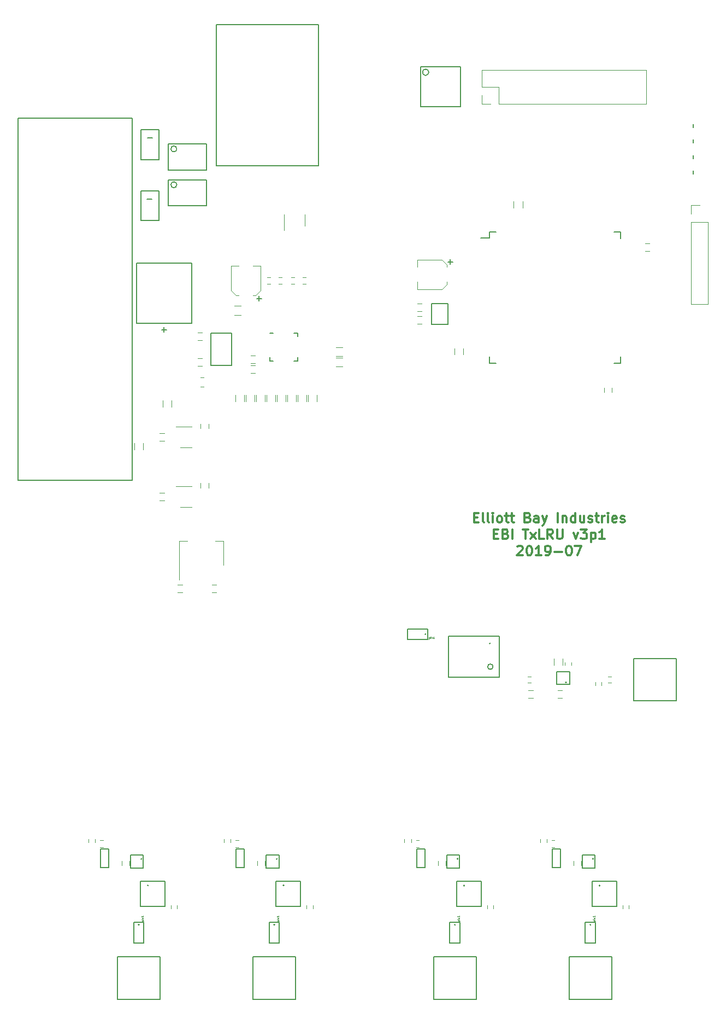
<source format=gto>
G04 #@! TF.GenerationSoftware,KiCad,Pcbnew,(5.0.1)-4*
G04 #@! TF.CreationDate,2019-07-25T13:06:53-07:00*
G04 #@! TF.ProjectId,EllBayInd-TxLRU,456C6C426179496E642D54784C52552E,rev?*
G04 #@! TF.SameCoordinates,Original*
G04 #@! TF.FileFunction,Legend,Top*
G04 #@! TF.FilePolarity,Positive*
%FSLAX46Y46*%
G04 Gerber Fmt 4.6, Leading zero omitted, Abs format (unit mm)*
G04 Created by KiCad (PCBNEW (5.0.1)-4) date 7/25/2019 1:06:53 PM*
%MOMM*%
%LPD*%
G01*
G04 APERTURE LIST*
%ADD10C,0.300000*%
%ADD11C,0.150000*%
%ADD12C,0.120000*%
%ADD13C,0.050000*%
G04 APERTURE END LIST*
D10*
X101957142Y-95742857D02*
X102457142Y-95742857D01*
X102671428Y-96528571D02*
X101957142Y-96528571D01*
X101957142Y-95028571D01*
X102671428Y-95028571D01*
X103528571Y-96528571D02*
X103385714Y-96457142D01*
X103314285Y-96314285D01*
X103314285Y-95028571D01*
X104314285Y-96528571D02*
X104171428Y-96457142D01*
X104100000Y-96314285D01*
X104100000Y-95028571D01*
X104885714Y-96528571D02*
X104885714Y-95528571D01*
X104885714Y-95028571D02*
X104814285Y-95100000D01*
X104885714Y-95171428D01*
X104957142Y-95100000D01*
X104885714Y-95028571D01*
X104885714Y-95171428D01*
X105814285Y-96528571D02*
X105671428Y-96457142D01*
X105600000Y-96385714D01*
X105528571Y-96242857D01*
X105528571Y-95814285D01*
X105600000Y-95671428D01*
X105671428Y-95600000D01*
X105814285Y-95528571D01*
X106028571Y-95528571D01*
X106171428Y-95600000D01*
X106242857Y-95671428D01*
X106314285Y-95814285D01*
X106314285Y-96242857D01*
X106242857Y-96385714D01*
X106171428Y-96457142D01*
X106028571Y-96528571D01*
X105814285Y-96528571D01*
X106742857Y-95528571D02*
X107314285Y-95528571D01*
X106957142Y-95028571D02*
X106957142Y-96314285D01*
X107028571Y-96457142D01*
X107171428Y-96528571D01*
X107314285Y-96528571D01*
X107600000Y-95528571D02*
X108171428Y-95528571D01*
X107814285Y-95028571D02*
X107814285Y-96314285D01*
X107885714Y-96457142D01*
X108028571Y-96528571D01*
X108171428Y-96528571D01*
X110314285Y-95742857D02*
X110528571Y-95814285D01*
X110600000Y-95885714D01*
X110671428Y-96028571D01*
X110671428Y-96242857D01*
X110600000Y-96385714D01*
X110528571Y-96457142D01*
X110385714Y-96528571D01*
X109814285Y-96528571D01*
X109814285Y-95028571D01*
X110314285Y-95028571D01*
X110457142Y-95100000D01*
X110528571Y-95171428D01*
X110600000Y-95314285D01*
X110600000Y-95457142D01*
X110528571Y-95600000D01*
X110457142Y-95671428D01*
X110314285Y-95742857D01*
X109814285Y-95742857D01*
X111957142Y-96528571D02*
X111957142Y-95742857D01*
X111885714Y-95600000D01*
X111742857Y-95528571D01*
X111457142Y-95528571D01*
X111314285Y-95600000D01*
X111957142Y-96457142D02*
X111814285Y-96528571D01*
X111457142Y-96528571D01*
X111314285Y-96457142D01*
X111242857Y-96314285D01*
X111242857Y-96171428D01*
X111314285Y-96028571D01*
X111457142Y-95957142D01*
X111814285Y-95957142D01*
X111957142Y-95885714D01*
X112528571Y-95528571D02*
X112885714Y-96528571D01*
X113242857Y-95528571D02*
X112885714Y-96528571D01*
X112742857Y-96885714D01*
X112671428Y-96957142D01*
X112528571Y-97028571D01*
X114957142Y-96528571D02*
X114957142Y-95028571D01*
X115671428Y-95528571D02*
X115671428Y-96528571D01*
X115671428Y-95671428D02*
X115742857Y-95600000D01*
X115885714Y-95528571D01*
X116100000Y-95528571D01*
X116242857Y-95600000D01*
X116314285Y-95742857D01*
X116314285Y-96528571D01*
X117671428Y-96528571D02*
X117671428Y-95028571D01*
X117671428Y-96457142D02*
X117528571Y-96528571D01*
X117242857Y-96528571D01*
X117100000Y-96457142D01*
X117028571Y-96385714D01*
X116957142Y-96242857D01*
X116957142Y-95814285D01*
X117028571Y-95671428D01*
X117100000Y-95600000D01*
X117242857Y-95528571D01*
X117528571Y-95528571D01*
X117671428Y-95600000D01*
X119028571Y-95528571D02*
X119028571Y-96528571D01*
X118385714Y-95528571D02*
X118385714Y-96314285D01*
X118457142Y-96457142D01*
X118600000Y-96528571D01*
X118814285Y-96528571D01*
X118957142Y-96457142D01*
X119028571Y-96385714D01*
X119671428Y-96457142D02*
X119814285Y-96528571D01*
X120100000Y-96528571D01*
X120242857Y-96457142D01*
X120314285Y-96314285D01*
X120314285Y-96242857D01*
X120242857Y-96100000D01*
X120100000Y-96028571D01*
X119885714Y-96028571D01*
X119742857Y-95957142D01*
X119671428Y-95814285D01*
X119671428Y-95742857D01*
X119742857Y-95600000D01*
X119885714Y-95528571D01*
X120100000Y-95528571D01*
X120242857Y-95600000D01*
X120742857Y-95528571D02*
X121314285Y-95528571D01*
X120957142Y-95028571D02*
X120957142Y-96314285D01*
X121028571Y-96457142D01*
X121171428Y-96528571D01*
X121314285Y-96528571D01*
X121814285Y-96528571D02*
X121814285Y-95528571D01*
X121814285Y-95814285D02*
X121885714Y-95671428D01*
X121957142Y-95600000D01*
X122100000Y-95528571D01*
X122242857Y-95528571D01*
X122742857Y-96528571D02*
X122742857Y-95528571D01*
X122742857Y-95028571D02*
X122671428Y-95100000D01*
X122742857Y-95171428D01*
X122814285Y-95100000D01*
X122742857Y-95028571D01*
X122742857Y-95171428D01*
X124028571Y-96457142D02*
X123885714Y-96528571D01*
X123600000Y-96528571D01*
X123457142Y-96457142D01*
X123385714Y-96314285D01*
X123385714Y-95742857D01*
X123457142Y-95600000D01*
X123600000Y-95528571D01*
X123885714Y-95528571D01*
X124028571Y-95600000D01*
X124100000Y-95742857D01*
X124100000Y-95885714D01*
X123385714Y-96028571D01*
X124671428Y-96457142D02*
X124814285Y-96528571D01*
X125100000Y-96528571D01*
X125242857Y-96457142D01*
X125314285Y-96314285D01*
X125314285Y-96242857D01*
X125242857Y-96100000D01*
X125100000Y-96028571D01*
X124885714Y-96028571D01*
X124742857Y-95957142D01*
X124671428Y-95814285D01*
X124671428Y-95742857D01*
X124742857Y-95600000D01*
X124885714Y-95528571D01*
X125100000Y-95528571D01*
X125242857Y-95600000D01*
X105028571Y-98292857D02*
X105528571Y-98292857D01*
X105742857Y-99078571D02*
X105028571Y-99078571D01*
X105028571Y-97578571D01*
X105742857Y-97578571D01*
X106885714Y-98292857D02*
X107100000Y-98364285D01*
X107171428Y-98435714D01*
X107242857Y-98578571D01*
X107242857Y-98792857D01*
X107171428Y-98935714D01*
X107100000Y-99007142D01*
X106957142Y-99078571D01*
X106385714Y-99078571D01*
X106385714Y-97578571D01*
X106885714Y-97578571D01*
X107028571Y-97650000D01*
X107100000Y-97721428D01*
X107171428Y-97864285D01*
X107171428Y-98007142D01*
X107100000Y-98150000D01*
X107028571Y-98221428D01*
X106885714Y-98292857D01*
X106385714Y-98292857D01*
X107885714Y-99078571D02*
X107885714Y-97578571D01*
X109528571Y-97578571D02*
X110385714Y-97578571D01*
X109957142Y-99078571D02*
X109957142Y-97578571D01*
X110742857Y-99078571D02*
X111528571Y-98078571D01*
X110742857Y-98078571D02*
X111528571Y-99078571D01*
X112814285Y-99078571D02*
X112100000Y-99078571D01*
X112100000Y-97578571D01*
X114171428Y-99078571D02*
X113671428Y-98364285D01*
X113314285Y-99078571D02*
X113314285Y-97578571D01*
X113885714Y-97578571D01*
X114028571Y-97650000D01*
X114100000Y-97721428D01*
X114171428Y-97864285D01*
X114171428Y-98078571D01*
X114100000Y-98221428D01*
X114028571Y-98292857D01*
X113885714Y-98364285D01*
X113314285Y-98364285D01*
X114814285Y-97578571D02*
X114814285Y-98792857D01*
X114885714Y-98935714D01*
X114957142Y-99007142D01*
X115100000Y-99078571D01*
X115385714Y-99078571D01*
X115528571Y-99007142D01*
X115600000Y-98935714D01*
X115671428Y-98792857D01*
X115671428Y-97578571D01*
X117385714Y-98078571D02*
X117742857Y-99078571D01*
X118100000Y-98078571D01*
X118528571Y-97578571D02*
X119457142Y-97578571D01*
X118957142Y-98150000D01*
X119171428Y-98150000D01*
X119314285Y-98221428D01*
X119385714Y-98292857D01*
X119457142Y-98435714D01*
X119457142Y-98792857D01*
X119385714Y-98935714D01*
X119314285Y-99007142D01*
X119171428Y-99078571D01*
X118742857Y-99078571D01*
X118600000Y-99007142D01*
X118528571Y-98935714D01*
X120100000Y-98078571D02*
X120100000Y-99578571D01*
X120100000Y-98150000D02*
X120242857Y-98078571D01*
X120528571Y-98078571D01*
X120671428Y-98150000D01*
X120742857Y-98221428D01*
X120814285Y-98364285D01*
X120814285Y-98792857D01*
X120742857Y-98935714D01*
X120671428Y-99007142D01*
X120528571Y-99078571D01*
X120242857Y-99078571D01*
X120100000Y-99007142D01*
X122242857Y-99078571D02*
X121385714Y-99078571D01*
X121814285Y-99078571D02*
X121814285Y-97578571D01*
X121671428Y-97792857D01*
X121528571Y-97935714D01*
X121385714Y-98007142D01*
X108671428Y-100271428D02*
X108742857Y-100200000D01*
X108885714Y-100128571D01*
X109242857Y-100128571D01*
X109385714Y-100200000D01*
X109457142Y-100271428D01*
X109528571Y-100414285D01*
X109528571Y-100557142D01*
X109457142Y-100771428D01*
X108600000Y-101628571D01*
X109528571Y-101628571D01*
X110457142Y-100128571D02*
X110600000Y-100128571D01*
X110742857Y-100200000D01*
X110814285Y-100271428D01*
X110885714Y-100414285D01*
X110957142Y-100700000D01*
X110957142Y-101057142D01*
X110885714Y-101342857D01*
X110814285Y-101485714D01*
X110742857Y-101557142D01*
X110600000Y-101628571D01*
X110457142Y-101628571D01*
X110314285Y-101557142D01*
X110242857Y-101485714D01*
X110171428Y-101342857D01*
X110100000Y-101057142D01*
X110100000Y-100700000D01*
X110171428Y-100414285D01*
X110242857Y-100271428D01*
X110314285Y-100200000D01*
X110457142Y-100128571D01*
X112385714Y-101628571D02*
X111528571Y-101628571D01*
X111957142Y-101628571D02*
X111957142Y-100128571D01*
X111814285Y-100342857D01*
X111671428Y-100485714D01*
X111528571Y-100557142D01*
X113100000Y-101628571D02*
X113385714Y-101628571D01*
X113528571Y-101557142D01*
X113600000Y-101485714D01*
X113742857Y-101271428D01*
X113814285Y-100985714D01*
X113814285Y-100414285D01*
X113742857Y-100271428D01*
X113671428Y-100200000D01*
X113528571Y-100128571D01*
X113242857Y-100128571D01*
X113100000Y-100200000D01*
X113028571Y-100271428D01*
X112957142Y-100414285D01*
X112957142Y-100771428D01*
X113028571Y-100914285D01*
X113100000Y-100985714D01*
X113242857Y-101057142D01*
X113528571Y-101057142D01*
X113671428Y-100985714D01*
X113742857Y-100914285D01*
X113814285Y-100771428D01*
X114457142Y-101057142D02*
X115600000Y-101057142D01*
X116600000Y-100128571D02*
X116742857Y-100128571D01*
X116885714Y-100200000D01*
X116957142Y-100271428D01*
X117028571Y-100414285D01*
X117100000Y-100700000D01*
X117100000Y-101057142D01*
X117028571Y-101342857D01*
X116957142Y-101485714D01*
X116885714Y-101557142D01*
X116742857Y-101628571D01*
X116600000Y-101628571D01*
X116457142Y-101557142D01*
X116385714Y-101485714D01*
X116314285Y-101342857D01*
X116242857Y-101057142D01*
X116242857Y-100700000D01*
X116314285Y-100414285D01*
X116385714Y-100271428D01*
X116457142Y-100200000D01*
X116600000Y-100128571D01*
X117600000Y-100128571D02*
X118600000Y-100128571D01*
X117957142Y-101628571D01*
D11*
G04 #@! TO.C,CON_Tx_1*
X67700000Y-170300000D02*
X74300000Y-170300000D01*
X74300000Y-170300000D02*
X74300000Y-163700000D01*
X74300000Y-163700000D02*
X67700000Y-163700000D01*
X67700000Y-163700000D02*
X67700000Y-170300000D01*
G04 #@! TO.C,CON_Tx_3*
X116700000Y-170300000D02*
X123300000Y-170300000D01*
X123300000Y-170300000D02*
X123300000Y-163700000D01*
X123300000Y-163700000D02*
X116700000Y-163700000D01*
X116700000Y-163700000D02*
X116700000Y-170300000D01*
G04 #@! TO.C,CON_IN_0*
X126700000Y-117550000D02*
X126700000Y-124150000D01*
X126700000Y-124150000D02*
X133300000Y-124150000D01*
X133300000Y-124150000D02*
X133300000Y-117550000D01*
X133300000Y-117550000D02*
X126700000Y-117550000D01*
G04 #@! TO.C,CON_Tx_0*
X46700000Y-170300000D02*
X53300000Y-170300000D01*
X53300000Y-170300000D02*
X53300000Y-163700000D01*
X53300000Y-163700000D02*
X46700000Y-163700000D01*
X46700000Y-163700000D02*
X46700000Y-170300000D01*
G04 #@! TO.C,CON_Tx_2*
X95700000Y-170300000D02*
X102300000Y-170300000D01*
X102300000Y-170300000D02*
X102300000Y-163700000D01*
X102300000Y-163700000D02*
X95700000Y-163700000D01*
X95700000Y-163700000D02*
X95700000Y-170300000D01*
G04 #@! TO.C,U220*
X121506158Y-152710000D02*
G75*
G03X121506158Y-152710000I-76158J0D01*
G01*
X124060000Y-155910000D02*
X124060000Y-152090000D01*
X120240000Y-155910000D02*
X124060000Y-155910000D01*
X120240000Y-152090000D02*
X120240000Y-155910000D01*
X124060000Y-152090000D02*
X120240000Y-152090000D01*
D12*
G04 #@! TO.C,R203*
X92250000Y-146000000D02*
X92250000Y-145500000D01*
X91190000Y-145500000D02*
X91190000Y-146000000D01*
D11*
G04 #@! TO.C,U217*
X51506158Y-152710000D02*
G75*
G03X51506158Y-152710000I-76158J0D01*
G01*
X54060000Y-155910000D02*
X54060000Y-152090000D01*
X50240000Y-155910000D02*
X54060000Y-155910000D01*
X50240000Y-152090000D02*
X50240000Y-155910000D01*
X54060000Y-152090000D02*
X50240000Y-152090000D01*
G04 #@! TO.C,U218*
X72506158Y-152710000D02*
G75*
G03X72506158Y-152710000I-76158J0D01*
G01*
X75060000Y-155910000D02*
X75060000Y-152090000D01*
X71240000Y-155910000D02*
X75060000Y-155910000D01*
X71240000Y-152090000D02*
X71240000Y-155910000D01*
X75060000Y-152090000D02*
X71240000Y-152090000D01*
D12*
G04 #@! TO.C,R201*
X43250000Y-146000000D02*
X43250000Y-145500000D01*
X42190000Y-145500000D02*
X42190000Y-146000000D01*
D11*
G04 #@! TO.C,U201*
X104506158Y-115240000D02*
G75*
G03X104506158Y-115240000I-76158J0D01*
G01*
X104908688Y-118850000D02*
G75*
G03X104908688Y-118850000I-418688J0D01*
G01*
X105885000Y-120485000D02*
X98015000Y-120485000D01*
X105885000Y-114135000D02*
X105885000Y-120485000D01*
X98015000Y-114135000D02*
X105885000Y-114135000D01*
X98015000Y-120485000D02*
X98015000Y-114135000D01*
G04 #@! TO.C,U213*
X50477082Y-148590000D02*
G75*
G03X50477082Y-148590000I-67082J0D01*
G01*
X50720000Y-150000000D02*
X50720000Y-148000000D01*
X48720000Y-150000000D02*
X50720000Y-150000000D01*
X48720000Y-148000000D02*
X48720000Y-150000000D01*
X50720000Y-148000000D02*
X48720000Y-148000000D01*
G04 #@! TO.C,U214*
X71477082Y-148590000D02*
G75*
G03X71477082Y-148590000I-67082J0D01*
G01*
X71720000Y-150000000D02*
X71720000Y-148000000D01*
X69720000Y-150000000D02*
X71720000Y-150000000D01*
X69720000Y-148000000D02*
X69720000Y-150000000D01*
X71720000Y-148000000D02*
X69720000Y-148000000D01*
G04 #@! TO.C,U215*
X99477082Y-148590000D02*
G75*
G03X99477082Y-148590000I-67082J0D01*
G01*
X99720000Y-150000000D02*
X99720000Y-148000000D01*
X97720000Y-150000000D02*
X99720000Y-150000000D01*
X97720000Y-148000000D02*
X97720000Y-150000000D01*
X99720000Y-148000000D02*
X97720000Y-148000000D01*
G04 #@! TO.C,U216*
X120477082Y-148590000D02*
G75*
G03X120477082Y-148590000I-67082J0D01*
G01*
X120720000Y-150000000D02*
X120720000Y-148000000D01*
X118720000Y-150000000D02*
X120720000Y-150000000D01*
X118720000Y-148000000D02*
X118720000Y-150000000D01*
X120720000Y-148000000D02*
X118720000Y-148000000D01*
G04 #@! TO.C,U208*
X94507111Y-113795000D02*
G75*
G03X94507111Y-113795000I-72111J0D01*
G01*
X91625000Y-114605000D02*
X94825000Y-114605000D01*
X91625000Y-113005000D02*
X91625000Y-114605000D01*
X94825000Y-113005000D02*
X91625000Y-113005000D01*
X94825000Y-114605000D02*
X94825000Y-113005000D01*
G04 #@! TO.C,U225*
X71062111Y-158790000D02*
G75*
G03X71062111Y-158790000I-72111J0D01*
G01*
X71800000Y-161600000D02*
X71800000Y-158400000D01*
X70200000Y-161600000D02*
X71800000Y-161600000D01*
X70200000Y-158400000D02*
X70200000Y-161600000D01*
X71800000Y-158400000D02*
X70200000Y-158400000D01*
G04 #@! TO.C,U226*
X99062111Y-158790000D02*
G75*
G03X99062111Y-158790000I-72111J0D01*
G01*
X99800000Y-161600000D02*
X99800000Y-158400000D01*
X98200000Y-161600000D02*
X99800000Y-161600000D01*
X98200000Y-158400000D02*
X98200000Y-161600000D01*
X99800000Y-158400000D02*
X98200000Y-158400000D01*
G04 #@! TO.C,U227*
X120062111Y-158790000D02*
G75*
G03X120062111Y-158790000I-72111J0D01*
G01*
X120800000Y-161600000D02*
X120800000Y-158400000D01*
X119200000Y-161600000D02*
X120800000Y-161600000D01*
X119200000Y-158400000D02*
X119200000Y-161600000D01*
X120800000Y-158400000D02*
X119200000Y-158400000D01*
G04 #@! TO.C,U219*
X100506158Y-152710000D02*
G75*
G03X100506158Y-152710000I-76158J0D01*
G01*
X103060000Y-155910000D02*
X103060000Y-152090000D01*
X99240000Y-155910000D02*
X103060000Y-155910000D01*
X99240000Y-152090000D02*
X99240000Y-155910000D01*
X103060000Y-152090000D02*
X99240000Y-152090000D01*
G04 #@! TO.C,U111*
X135960000Y-37270000D02*
X135960000Y-37770000D01*
G04 #@! TO.C,U112*
X135960000Y-34870000D02*
X135960000Y-35370000D01*
G04 #@! TO.C,U113*
X135960000Y-42070000D02*
X135960000Y-42570000D01*
G04 #@! TO.C,U114*
X135960000Y-39670000D02*
X135960000Y-40170000D01*
G04 #@! TO.C,U108*
X55896070Y-44250000D02*
G75*
G03X55896070Y-44250000I-456070J0D01*
G01*
X60500000Y-43500000D02*
X54600000Y-43500000D01*
X54600000Y-43500000D02*
X54600000Y-47500000D01*
X54600000Y-47500000D02*
X60500000Y-47500000D01*
X60500000Y-47500000D02*
X60500000Y-43500000D01*
G04 #@! TO.C,U107*
X55896070Y-38700000D02*
G75*
G03X55896070Y-38700000I-456070J0D01*
G01*
X60500000Y-37950000D02*
X54600000Y-37950000D01*
X54600000Y-37950000D02*
X54600000Y-41950000D01*
X54600000Y-41950000D02*
X60500000Y-41950000D01*
X60500000Y-41950000D02*
X60500000Y-37950000D01*
G04 #@! TO.C,B101*
X94944149Y-26830000D02*
G75*
G03X94944149Y-26830000I-484149J0D01*
G01*
X99900000Y-26000000D02*
X93700000Y-26000000D01*
X99900000Y-32200000D02*
X99900000Y-26000000D01*
X93700000Y-32200000D02*
X99900000Y-32200000D01*
X93700000Y-26000000D02*
X93700000Y-32200000D01*
D12*
G04 #@! TO.C,C131*
X60058578Y-75510000D02*
X59541422Y-75510000D01*
X60058578Y-74090000D02*
X59541422Y-74090000D01*
D11*
G04 #@! TO.C,Y101*
X95400000Y-62650000D02*
X97900000Y-62650000D01*
X95400000Y-62650000D02*
X95400000Y-65850000D01*
X95400000Y-65850000D02*
X97900000Y-65850000D01*
X97900000Y-62650000D02*
X97900000Y-65850000D01*
G04 #@! TO.C,U109*
X53150000Y-35750000D02*
X50350000Y-35750000D01*
X50350000Y-35750000D02*
X50350000Y-40350000D01*
X50350000Y-40350000D02*
X53150000Y-40350000D01*
X53150000Y-40350000D02*
X53150000Y-35750000D01*
G04 #@! TO.C,U110*
X53100000Y-45200000D02*
X50300000Y-45200000D01*
X50300000Y-45200000D02*
X50300000Y-49800000D01*
X50300000Y-49800000D02*
X53100000Y-49800000D01*
X53100000Y-49800000D02*
X53100000Y-45200000D01*
G04 #@! TO.C,M150*
X48950000Y-89950000D02*
X31250000Y-89950000D01*
X31250000Y-33950000D02*
X31250000Y-89950000D01*
X31250000Y-33950000D02*
X48950000Y-33950000D01*
X48950000Y-33950000D02*
X48950000Y-89950000D01*
G04 #@! TO.C,C370*
X49690000Y-65650000D02*
X58210000Y-65650000D01*
X58210000Y-65650000D02*
X58210000Y-56350000D01*
X58210000Y-56350000D02*
X49690000Y-56350000D01*
X49690000Y-56350000D02*
X49690000Y-65650000D01*
D12*
G04 #@! TO.C,C101*
X97020000Y-55830000D02*
X97790000Y-56590000D01*
X97020000Y-55830000D02*
X93210000Y-55830000D01*
X97020000Y-60400000D02*
X97790000Y-59640000D01*
X97020000Y-60400000D02*
X93210000Y-60400000D01*
X97790000Y-59640000D02*
X97790000Y-59230000D01*
X97790000Y-56590000D02*
X97790000Y-57000000D01*
X93210000Y-55830000D02*
X93210000Y-57000000D01*
X93210000Y-60400000D02*
X93210000Y-59230000D01*
G04 #@! TO.C,C106*
X56740000Y-107340000D02*
X56040000Y-107340000D01*
X56040000Y-106140000D02*
X56740000Y-106140000D01*
G04 #@! TO.C,C107*
X62040000Y-107340000D02*
X61340000Y-107340000D01*
X61340000Y-106140000D02*
X62040000Y-106140000D01*
G04 #@! TO.C,C114*
X53950000Y-83900000D02*
X53250000Y-83900000D01*
X53250000Y-82700000D02*
X53950000Y-82700000D01*
G04 #@! TO.C,C115*
X59600000Y-81950000D02*
X59600000Y-81250000D01*
X60800000Y-81250000D02*
X60800000Y-81950000D01*
G04 #@! TO.C,C120*
X53250000Y-91900000D02*
X53950000Y-91900000D01*
X53950000Y-93100000D02*
X53250000Y-93100000D01*
G04 #@! TO.C,C121*
X60800000Y-90450000D02*
X60800000Y-91150000D01*
X59600000Y-91150000D02*
X59600000Y-90450000D01*
G04 #@! TO.C,C123*
X93150000Y-62650000D02*
X93850000Y-62650000D01*
X93850000Y-63850000D02*
X93150000Y-63850000D01*
G04 #@! TO.C,C124*
X93850000Y-65750000D02*
X93150000Y-65750000D01*
X93150000Y-64550000D02*
X93850000Y-64550000D01*
G04 #@! TO.C,C125*
X122100000Y-76350000D02*
X122100000Y-75650000D01*
X123300000Y-75650000D02*
X123300000Y-76350000D01*
G04 #@! TO.C,C126*
X128450000Y-53300000D02*
X129150000Y-53300000D01*
X129150000Y-54500000D02*
X128450000Y-54500000D01*
G04 #@! TO.C,C152*
X68050000Y-71900000D02*
X67350000Y-71900000D01*
X67350000Y-70700000D02*
X68050000Y-70700000D01*
G04 #@! TO.C,C156*
X67350000Y-72200000D02*
X68050000Y-72200000D01*
X68050000Y-73400000D02*
X67350000Y-73400000D01*
G04 #@! TO.C,C159*
X59150000Y-67100000D02*
X59850000Y-67100000D01*
X59850000Y-68300000D02*
X59150000Y-68300000D01*
G04 #@! TO.C,C160*
X59850000Y-72300000D02*
X59150000Y-72300000D01*
X59150000Y-71100000D02*
X59850000Y-71100000D01*
G04 #@! TO.C,C161*
X64287466Y-56805808D02*
X65457466Y-56805808D01*
X68857466Y-56805808D02*
X67687466Y-56805808D01*
X68097466Y-61385808D02*
X67687466Y-61385808D01*
X65047466Y-61385808D02*
X65457466Y-61385808D01*
X64287466Y-60615808D02*
X64287466Y-56805808D01*
X64287466Y-60615808D02*
X65047466Y-61385808D01*
X68857466Y-60615808D02*
X68857466Y-56805808D01*
X68857466Y-60615808D02*
X68097466Y-61385808D01*
G04 #@! TO.C,J101*
X103170000Y-31730000D02*
X103170000Y-30400000D01*
X104500000Y-31730000D02*
X103170000Y-31730000D01*
X103170000Y-29130000D02*
X103170000Y-26530000D01*
X105770000Y-29130000D02*
X103170000Y-29130000D01*
X105770000Y-31730000D02*
X105770000Y-29130000D01*
X103170000Y-26530000D02*
X128690000Y-26530000D01*
X105770000Y-31730000D02*
X128690000Y-31730000D01*
X128690000Y-31730000D02*
X128690000Y-26530000D01*
G04 #@! TO.C,J102*
X135600000Y-62770000D02*
X138260000Y-62770000D01*
X135600000Y-50010000D02*
X135600000Y-62770000D01*
X138260000Y-50010000D02*
X138260000Y-62770000D01*
X135600000Y-50010000D02*
X138260000Y-50010000D01*
X135600000Y-48740000D02*
X135600000Y-47410000D01*
X135600000Y-47410000D02*
X136930000Y-47410000D01*
D11*
G04 #@! TO.C,J151*
X62009100Y-19498600D02*
X62009100Y-41338600D01*
X77889100Y-41338600D02*
X62009100Y-41338600D01*
X77889100Y-19498600D02*
X77889100Y-41338600D01*
X62009100Y-19498600D02*
X77889100Y-19498600D01*
D12*
G04 #@! TO.C,R101*
X109480000Y-46800000D02*
X109480000Y-47800000D01*
X108120000Y-47800000D02*
X108120000Y-46800000D01*
G04 #@! TO.C,R151*
X71694600Y-59620700D02*
X72194600Y-59620700D01*
X72194600Y-58560700D02*
X71694600Y-58560700D01*
G04 #@! TO.C,R152*
X69916600Y-59633400D02*
X70416600Y-59633400D01*
X70416600Y-58573400D02*
X69916600Y-58573400D01*
G04 #@! TO.C,R153*
X75377600Y-59620700D02*
X75877600Y-59620700D01*
X75877600Y-58560700D02*
X75377600Y-58560700D01*
G04 #@! TO.C,R154*
X73612300Y-59620700D02*
X74112300Y-59620700D01*
X74112300Y-58560700D02*
X73612300Y-58560700D01*
G04 #@! TO.C,R155*
X69580000Y-76800000D02*
X69580000Y-77800000D01*
X68220000Y-77800000D02*
X68220000Y-76800000D01*
G04 #@! TO.C,R157*
X71180000Y-76800000D02*
X71180000Y-77800000D01*
X69820000Y-77800000D02*
X69820000Y-76800000D01*
G04 #@! TO.C,R158*
X65020000Y-77800000D02*
X65020000Y-76800000D01*
X66380000Y-76800000D02*
X66380000Y-77800000D01*
G04 #@! TO.C,R159*
X71420000Y-77800000D02*
X71420000Y-76800000D01*
X72780000Y-76800000D02*
X72780000Y-77800000D01*
G04 #@! TO.C,R161*
X74380000Y-76800000D02*
X74380000Y-77800000D01*
X73020000Y-77800000D02*
X73020000Y-76800000D01*
G04 #@! TO.C,R162*
X75980000Y-76800000D02*
X75980000Y-77800000D01*
X74620000Y-77800000D02*
X74620000Y-76800000D01*
G04 #@! TO.C,R163*
X77580000Y-76800000D02*
X77580000Y-77800000D01*
X76220000Y-77800000D02*
X76220000Y-76800000D01*
G04 #@! TO.C,R164*
X80600000Y-69420000D02*
X81600000Y-69420000D01*
X81600000Y-70780000D02*
X80600000Y-70780000D01*
G04 #@! TO.C,R165*
X49320000Y-85250000D02*
X49320000Y-84250000D01*
X50680000Y-84250000D02*
X50680000Y-85250000D01*
G04 #@! TO.C,R166*
X81600000Y-72380000D02*
X80600000Y-72380000D01*
X80600000Y-71020000D02*
X81600000Y-71020000D01*
G04 #@! TO.C,R307*
X100330000Y-69550000D02*
X100330000Y-70550000D01*
X98970000Y-70550000D02*
X98970000Y-69550000D01*
G04 #@! TO.C,R309*
X53690000Y-78630000D02*
X53690000Y-77630000D01*
X55050000Y-77630000D02*
X55050000Y-78630000D01*
G04 #@! TO.C,U101*
X56280000Y-105377500D02*
X56280000Y-99367500D01*
X63100000Y-103127500D02*
X63100000Y-99367500D01*
X56280000Y-99367500D02*
X57540000Y-99367500D01*
X63100000Y-99367500D02*
X61840000Y-99367500D01*
G04 #@! TO.C,U102*
X58200000Y-81690000D02*
X55750000Y-81690000D01*
X56400000Y-84910000D02*
X58200000Y-84910000D01*
G04 #@! TO.C,U103*
X56400000Y-94110000D02*
X58200000Y-94110000D01*
X58200000Y-90890000D02*
X55750000Y-90890000D01*
G04 #@! TO.C,U151*
X72536600Y-48813500D02*
X72536600Y-51263500D01*
X75756600Y-50613500D02*
X75756600Y-48813500D01*
D11*
G04 #@! TO.C,U153*
X74600000Y-67200000D02*
X74600000Y-67725000D01*
X70300000Y-71500000D02*
X70300000Y-70975000D01*
X74600000Y-71500000D02*
X74600000Y-70975000D01*
X70300000Y-67200000D02*
X70825000Y-67200000D01*
X70300000Y-71500000D02*
X70825000Y-71500000D01*
X74600000Y-71500000D02*
X74075000Y-71500000D01*
X74600000Y-67200000D02*
X74075000Y-67200000D01*
G04 #@! TO.C,U209*
X45370000Y-149950000D02*
X45370000Y-147050000D01*
X44070000Y-149950000D02*
X45370000Y-149950000D01*
X44070000Y-147050000D02*
X44070000Y-149950000D01*
X45370000Y-147050000D02*
X44070000Y-147050000D01*
G04 #@! TO.C,U210*
X66370000Y-149950000D02*
X66370000Y-147050000D01*
X65070000Y-149950000D02*
X66370000Y-149950000D01*
X65070000Y-147050000D02*
X65070000Y-149950000D01*
X66370000Y-147050000D02*
X65070000Y-147050000D01*
G04 #@! TO.C,U211*
X94370000Y-147050000D02*
X93070000Y-147050000D01*
X93070000Y-147050000D02*
X93070000Y-149950000D01*
X93070000Y-149950000D02*
X94370000Y-149950000D01*
X94370000Y-149950000D02*
X94370000Y-147050000D01*
G04 #@! TO.C,U212*
X115370000Y-147050000D02*
X114070000Y-147050000D01*
X114070000Y-147050000D02*
X114070000Y-149950000D01*
X114070000Y-149950000D02*
X115370000Y-149950000D01*
X115370000Y-149950000D02*
X115370000Y-147050000D01*
G04 #@! TO.C,Y151*
X64400000Y-72200000D02*
X61200000Y-72200000D01*
X64400000Y-72200000D02*
X64400000Y-67200000D01*
X64400000Y-67200000D02*
X61200000Y-67200000D01*
X61200000Y-72200000D02*
X61200000Y-67200000D01*
G04 #@! TO.C,U104*
X104325000Y-52500000D02*
X103025000Y-52500000D01*
X124675000Y-51525000D02*
X123625000Y-51525000D01*
X124675000Y-71875000D02*
X123625000Y-71875000D01*
X104325000Y-71875000D02*
X105375000Y-71875000D01*
X104325000Y-51525000D02*
X105375000Y-51525000D01*
X104325000Y-71875000D02*
X104325000Y-70825000D01*
X124675000Y-71875000D02*
X124675000Y-70825000D01*
X124675000Y-51525000D02*
X124675000Y-52575000D01*
X104325000Y-51525000D02*
X104325000Y-52500000D01*
D12*
G04 #@! TO.C,R156*
X67980000Y-76800000D02*
X67980000Y-77800000D01*
X66620000Y-77800000D02*
X66620000Y-76800000D01*
G04 #@! TO.C,R103*
X64800000Y-63020000D02*
X65800000Y-63020000D01*
X65800000Y-64380000D02*
X64800000Y-64380000D01*
G04 #@! TO.C,C201*
X123250000Y-120380000D02*
X122750000Y-120380000D01*
X122750000Y-121320000D02*
X123250000Y-121320000D01*
G04 #@! TO.C,C202*
X121720000Y-121700000D02*
X121720000Y-121200000D01*
X120780000Y-121200000D02*
X120780000Y-121700000D01*
G04 #@! TO.C,C203*
X55030000Y-155750000D02*
X55030000Y-156250000D01*
X55970000Y-156250000D02*
X55970000Y-155750000D01*
G04 #@! TO.C,C204*
X76970000Y-156250000D02*
X76970000Y-155750000D01*
X76030000Y-155750000D02*
X76030000Y-156250000D01*
G04 #@! TO.C,C205*
X104970000Y-156250000D02*
X104970000Y-155750000D01*
X104030000Y-155750000D02*
X104030000Y-156250000D01*
G04 #@! TO.C,C206*
X125970000Y-156250000D02*
X125970000Y-155750000D01*
X125030000Y-155750000D02*
X125030000Y-156250000D01*
G04 #@! TO.C,C207*
X110250000Y-121320000D02*
X110750000Y-121320000D01*
X110750000Y-120380000D02*
X110250000Y-120380000D01*
G04 #@! TO.C,C208*
X117020000Y-118650000D02*
X117020000Y-118150000D01*
X116080000Y-118150000D02*
X116080000Y-118650000D01*
G04 #@! TO.C,C209*
X114950000Y-122500000D02*
X115650000Y-122500000D01*
X115650000Y-123700000D02*
X114950000Y-123700000D01*
G04 #@! TO.C,C210*
X110400000Y-122500000D02*
X111100000Y-122500000D01*
X111100000Y-123700000D02*
X110400000Y-123700000D01*
G04 #@! TO.C,C212*
X48570000Y-148900000D02*
X48570000Y-149600000D01*
X47370000Y-149600000D02*
X47370000Y-148900000D01*
G04 #@! TO.C,C213*
X68370000Y-149600000D02*
X68370000Y-148900000D01*
X69570000Y-148900000D02*
X69570000Y-149600000D01*
G04 #@! TO.C,C214*
X97570000Y-148900000D02*
X97570000Y-149600000D01*
X96370000Y-149600000D02*
X96370000Y-148900000D01*
G04 #@! TO.C,C215*
X117370000Y-149600000D02*
X117370000Y-148900000D01*
X118570000Y-148900000D02*
X118570000Y-149600000D01*
G04 #@! TO.C,R202*
X63190000Y-145500000D02*
X63190000Y-146000000D01*
X64250000Y-146000000D02*
X64250000Y-145500000D01*
G04 #@! TO.C,R204*
X112190000Y-145500000D02*
X112190000Y-146000000D01*
X113250000Y-146000000D02*
X113250000Y-145500000D01*
G04 #@! TO.C,R212*
X114370000Y-118600000D02*
X114370000Y-117600000D01*
X115730000Y-117600000D02*
X115730000Y-118600000D01*
G04 #@! TO.C,R213*
X43970000Y-146780000D02*
X44470000Y-146780000D01*
X44470000Y-145720000D02*
X43970000Y-145720000D01*
G04 #@! TO.C,R214*
X65470000Y-145720000D02*
X64970000Y-145720000D01*
X64970000Y-146780000D02*
X65470000Y-146780000D01*
G04 #@! TO.C,R215*
X92970000Y-146780000D02*
X93470000Y-146780000D01*
X93470000Y-145720000D02*
X92970000Y-145720000D01*
G04 #@! TO.C,R216*
X114470000Y-145720000D02*
X113970000Y-145720000D01*
X113970000Y-146780000D02*
X114470000Y-146780000D01*
D11*
G04 #@! TO.C,U202*
X116294853Y-121240000D02*
G75*
G03X116294853Y-121240000I-84853J0D01*
G01*
X116800000Y-121600000D02*
X116800000Y-119600000D01*
X116800000Y-119600000D02*
X114800000Y-119600000D01*
X114800000Y-119600000D02*
X114800000Y-121600000D01*
X114800000Y-121600000D02*
X116800000Y-121600000D01*
G04 #@! TO.C,U224*
X50800000Y-158400000D02*
X49200000Y-158400000D01*
X49200000Y-158400000D02*
X49200000Y-161600000D01*
X49200000Y-161600000D02*
X50800000Y-161600000D01*
X50800000Y-161600000D02*
X50800000Y-158400000D01*
X50062111Y-158790000D02*
G75*
G03X50062111Y-158790000I-72111J0D01*
G01*
G04 #@! TD*
G04 #@! TO.C,U208*
D13*
X94980714Y-114300714D02*
X94980714Y-114600714D01*
X94980714Y-114315000D02*
X95009285Y-114300714D01*
X95066428Y-114300714D01*
X95095000Y-114315000D01*
X95109285Y-114329285D01*
X95123571Y-114357857D01*
X95123571Y-114443571D01*
X95109285Y-114472142D01*
X95095000Y-114486428D01*
X95066428Y-114500714D01*
X95009285Y-114500714D01*
X94980714Y-114486428D01*
X95252142Y-114500714D02*
X95252142Y-114300714D01*
X95252142Y-114200714D02*
X95237857Y-114215000D01*
X95252142Y-114229285D01*
X95266428Y-114215000D01*
X95252142Y-114200714D01*
X95252142Y-114229285D01*
X95395000Y-114300714D02*
X95395000Y-114500714D01*
X95395000Y-114329285D02*
X95409285Y-114315000D01*
X95437857Y-114300714D01*
X95480714Y-114300714D01*
X95509285Y-114315000D01*
X95523571Y-114343571D01*
X95523571Y-114500714D01*
X95823571Y-114500714D02*
X95652142Y-114500714D01*
X95737857Y-114500714D02*
X95737857Y-114200714D01*
X95709285Y-114243571D01*
X95680714Y-114272142D01*
X95652142Y-114286428D01*
G04 #@! TO.C,U225*
X71495714Y-158244285D02*
X71795714Y-158244285D01*
X71510000Y-158244285D02*
X71495714Y-158215714D01*
X71495714Y-158158571D01*
X71510000Y-158130000D01*
X71524285Y-158115714D01*
X71552857Y-158101428D01*
X71638571Y-158101428D01*
X71667142Y-158115714D01*
X71681428Y-158130000D01*
X71695714Y-158158571D01*
X71695714Y-158215714D01*
X71681428Y-158244285D01*
X71695714Y-157972857D02*
X71495714Y-157972857D01*
X71395714Y-157972857D02*
X71410000Y-157987142D01*
X71424285Y-157972857D01*
X71410000Y-157958571D01*
X71395714Y-157972857D01*
X71424285Y-157972857D01*
X71495714Y-157830000D02*
X71695714Y-157830000D01*
X71524285Y-157830000D02*
X71510000Y-157815714D01*
X71495714Y-157787142D01*
X71495714Y-157744285D01*
X71510000Y-157715714D01*
X71538571Y-157701428D01*
X71695714Y-157701428D01*
X71695714Y-157401428D02*
X71695714Y-157572857D01*
X71695714Y-157487142D02*
X71395714Y-157487142D01*
X71438571Y-157515714D01*
X71467142Y-157544285D01*
X71481428Y-157572857D01*
G04 #@! TO.C,U226*
X99495714Y-158244285D02*
X99795714Y-158244285D01*
X99510000Y-158244285D02*
X99495714Y-158215714D01*
X99495714Y-158158571D01*
X99510000Y-158130000D01*
X99524285Y-158115714D01*
X99552857Y-158101428D01*
X99638571Y-158101428D01*
X99667142Y-158115714D01*
X99681428Y-158130000D01*
X99695714Y-158158571D01*
X99695714Y-158215714D01*
X99681428Y-158244285D01*
X99695714Y-157972857D02*
X99495714Y-157972857D01*
X99395714Y-157972857D02*
X99410000Y-157987142D01*
X99424285Y-157972857D01*
X99410000Y-157958571D01*
X99395714Y-157972857D01*
X99424285Y-157972857D01*
X99495714Y-157830000D02*
X99695714Y-157830000D01*
X99524285Y-157830000D02*
X99510000Y-157815714D01*
X99495714Y-157787142D01*
X99495714Y-157744285D01*
X99510000Y-157715714D01*
X99538571Y-157701428D01*
X99695714Y-157701428D01*
X99695714Y-157401428D02*
X99695714Y-157572857D01*
X99695714Y-157487142D02*
X99395714Y-157487142D01*
X99438571Y-157515714D01*
X99467142Y-157544285D01*
X99481428Y-157572857D01*
G04 #@! TO.C,U227*
X120495714Y-158244285D02*
X120795714Y-158244285D01*
X120510000Y-158244285D02*
X120495714Y-158215714D01*
X120495714Y-158158571D01*
X120510000Y-158130000D01*
X120524285Y-158115714D01*
X120552857Y-158101428D01*
X120638571Y-158101428D01*
X120667142Y-158115714D01*
X120681428Y-158130000D01*
X120695714Y-158158571D01*
X120695714Y-158215714D01*
X120681428Y-158244285D01*
X120695714Y-157972857D02*
X120495714Y-157972857D01*
X120395714Y-157972857D02*
X120410000Y-157987142D01*
X120424285Y-157972857D01*
X120410000Y-157958571D01*
X120395714Y-157972857D01*
X120424285Y-157972857D01*
X120495714Y-157830000D02*
X120695714Y-157830000D01*
X120524285Y-157830000D02*
X120510000Y-157815714D01*
X120495714Y-157787142D01*
X120495714Y-157744285D01*
X120510000Y-157715714D01*
X120538571Y-157701428D01*
X120695714Y-157701428D01*
X120695714Y-157401428D02*
X120695714Y-157572857D01*
X120695714Y-157487142D02*
X120395714Y-157487142D01*
X120438571Y-157515714D01*
X120467142Y-157544285D01*
X120481428Y-157572857D01*
G04 #@! TO.C,U109*
D11*
X51359047Y-37031428D02*
X52120952Y-37031428D01*
G04 #@! TO.C,U110*
X51309047Y-46481428D02*
X52070952Y-46481428D01*
G04 #@! TO.C,C370*
X53901428Y-67050952D02*
X53901428Y-66289047D01*
X54282380Y-66670000D02*
X53520476Y-66670000D01*
G04 #@! TO.C,C101*
X97899047Y-56181428D02*
X98660952Y-56181428D01*
X98280000Y-56562380D02*
X98280000Y-55800476D01*
G04 #@! TO.C,C161*
X68648894Y-62256760D02*
X68648894Y-61494855D01*
X69029846Y-61875808D02*
X68267942Y-61875808D01*
G04 #@! TO.C,U224*
D13*
X50495714Y-158244285D02*
X50795714Y-158244285D01*
X50510000Y-158244285D02*
X50495714Y-158215714D01*
X50495714Y-158158571D01*
X50510000Y-158130000D01*
X50524285Y-158115714D01*
X50552857Y-158101428D01*
X50638571Y-158101428D01*
X50667142Y-158115714D01*
X50681428Y-158130000D01*
X50695714Y-158158571D01*
X50695714Y-158215714D01*
X50681428Y-158244285D01*
X50695714Y-157972857D02*
X50495714Y-157972857D01*
X50395714Y-157972857D02*
X50410000Y-157987142D01*
X50424285Y-157972857D01*
X50410000Y-157958571D01*
X50395714Y-157972857D01*
X50424285Y-157972857D01*
X50495714Y-157830000D02*
X50695714Y-157830000D01*
X50524285Y-157830000D02*
X50510000Y-157815714D01*
X50495714Y-157787142D01*
X50495714Y-157744285D01*
X50510000Y-157715714D01*
X50538571Y-157701428D01*
X50695714Y-157701428D01*
X50695714Y-157401428D02*
X50695714Y-157572857D01*
X50695714Y-157487142D02*
X50395714Y-157487142D01*
X50438571Y-157515714D01*
X50467142Y-157544285D01*
X50481428Y-157572857D01*
G04 #@! TD*
M02*

</source>
